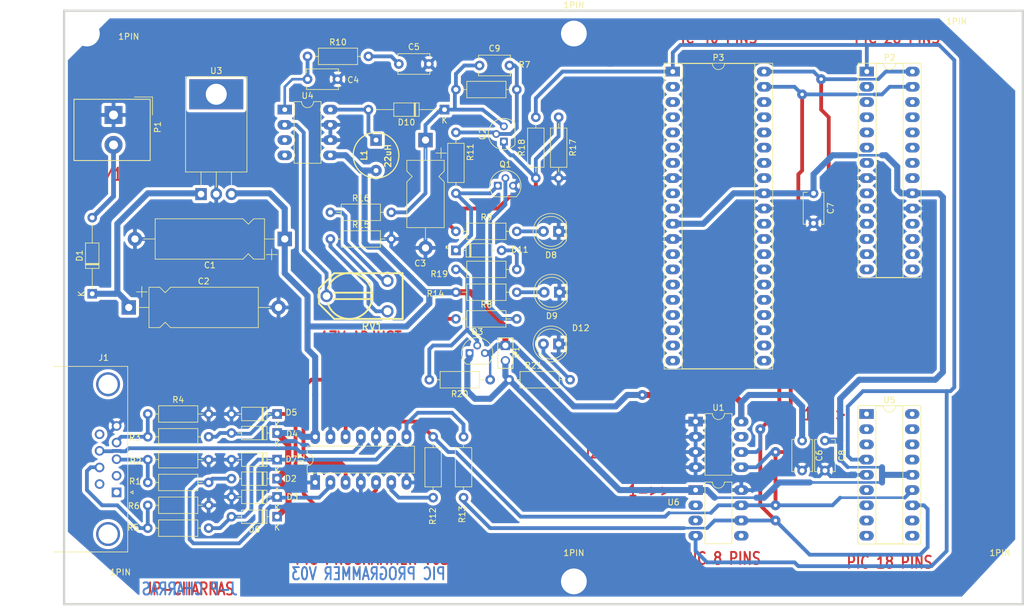
<source format=kicad_pcb>
(kicad_pcb (version 20221018) (generator pcbnew)
  (title_block (title "SERIAL PIC PROGRAMMER"))
  (layers (0 "F.Cu" signal "top_copper") (31 "B.Cu" signal "bottom_copper") (34 "B.Paste" user) (35 "F.Paste" user) (36 "B.SilkS" user "B.Silkscreen") (37 "F.SilkS" user "F.Silkscreen") (38 "B.Mask" user) (39 "F.Mask" user) (44 "Edge.Cuts" user))
  (net 0 "")
  (net 1 "Net-(D1-Pad2)")
  (net 2 "Net-(D2-Pad2)")
  (net 3 "GND")
  (net 4 "VCC")
  (net 5 "VPP")
  (net 6 "VCC_PIC")
  (net 7 "Net-(D4-Pad2)")
  (net 8 "/pic_programmer/PC-CLOCK-OUT")
  (net 9 "VPP-MCLR")
  (net 10 "CLOCK-RB6")
  (net 11 "DATA-RB7")
  (net 12 "Net-(C2-Pad1)")
  (net 13 "Net-(C4-Pad1)")
  (net 14 "Net-(C5-Pad1)")
  (net 15 "Net-(C9-Pad2)")
  (net 16 "Net-(D6-Pad2)")
  (net 17 "Net-(D8-Pad2)")
  (net 18 "Net-(D9-Pad2)")
  (net 19 "Net-(D11-Pad2)")
  (net 20 "Net-(D11-Pad1)")
  (net 21 "Net-(D12-Pad2)")
  (net 22 "Net-(Q1-Pad2)")
  (net 23 "Net-(D10-Pad2)")
  (net 24 "Net-(Q3-Pad2)")
  (net 25 "Net-(R8-Pad1)")
  (net 26 "Net-(R12-Pad1)")
  (net 27 "Net-(R13-Pad1)")
  (net 28 "Net-(R15-Pad1)")
  (net 29 "Net-(R16-Pad1)")
  (net 30 "Net-(RV1-Pad2)")
  (net 31 "Net-(Q2-Pad1)")
  (net 32 "/pic_programmer/VPP_ON")
  (net 33 "/pic_programmer/PC-DATA-OUT")
  (net 34 "/pic_programmer/PC-DATA-IN")
  (footprint "Package_DIP:DIP-40_W15.24mm_Socket_LongPads" (layer "F.Cu") (at 175.26 50.8)
    (fp_text reference "P3")
    (fp_text value "SUPP40")
  )
  (footprint "MountingHole:MountingHole_4.3mm_M4_DIN965" (layer "F.Cu") (at 229.87 44.45)
    (fp_text reference "1PIN")
    (fp_text value "P***")
  )
  (footprint "MountingHole:MountingHole_4.3mm_M4_DIN965" (layer "F.Cu") (at 229.87 135.89)
    (fp_text reference "1PIN")
    (fp_text value "P***")
  )
  (footprint "MountingHole:MountingHole_4.3mm_M4_DIN965" (layer "F.Cu") (at 77.47 44.45)
    (fp_text reference "1PIN")
    (fp_text value "P***")
  )
  (footprint "MountingHole:MountingHole_4.3mm_M4_DIN965" (layer "F.Cu") (at 77.47 135.89)
    (fp_text reference "1PIN")
    (fp_text value "P***")
  )
  (footprint "MountingHole:MountingHole_4.3mm_M4_DIN965" (layer "F.Cu") (at 158.75 135.89)
    (fp_text reference "1PIN")
    (fp_text value "P***")
  )
  (footprint "MountingHole:MountingHole_4.3mm_M4_DIN965" (layer "F.Cu") (at 158.75 44.45)
    (fp_text reference "1PIN")
    (fp_text value "P***")
  )
  (footprint "Package_DIP:DIP-28_W7.62mm_Socket_LongPads" (layer "F.Cu") (at 207.645 50.8)
    (fp_text reference "P2")
    (fp_text value "SUPP28")
  )
  (footprint "Capacitor_THT:CP_Axial_L18.0mm_D6.5mm_P25.00mm_Horizontal" (layer "F.Cu") (at 110.49 78.74 180)
    (fp_text reference "C1")
    (fp_text value "100uF")
  )
  (footprint "Capacitor_THT:CP_Axial_L18.0mm_D6.5mm_P25.00mm_Horizontal" (layer "F.Cu") (at 84.455 90.17)
    (fp_text reference "C2")
    (fp_text value "220uF")
  )
  (footprint "Capacitor_THT:CP_Axial_L11.0mm_D6.0mm_P18.00mm_Horizontal" (layer "F.Cu") (at 133.985 62.23 -90)
    (fp_text reference "C3")
    (fp_text value "22uF/25V")
  )
  (footprint "Capacitor_THT:C_Disc_D5.1mm_W3.2mm_P5.00mm" (layer "F.Cu") (at 114.3 52.07)
    (fp_text reference "C4")
    (fp_text value "0")
  )
  (footprint "Capacitor_THT:C_Disc_D5.1mm_W3.2mm_P5.00mm" (layer "F.Cu") (at 129.54 49.53)
    (fp_text reference "C5")
    (fp_text value "10nF")
  )
  (footprint "Capacitor_THT:C_Disc_D5.1mm_W3.2mm_P5.00mm" (layer "F.Cu") (at 196.85 112.395 -90)
    (fp_text reference "C6")
    (fp_text value "100nF")
  )
  (footprint "Capacitor_THT:C_Disc_D5.1mm_W3.2mm_P5.00mm" (layer "F.Cu") (at 198.755 71.12 -90)
    (fp_text reference "C7")
    (fp_text value "100nF")
  )
  (footprint "Capacitor_THT:C_Disc_D5.1mm_W3.2mm_P5.00mm" (layer "F.Cu") (at 200.66 112.395 -90)
    (fp_text reference "C8")
    (fp_text value "100nF")
  )
  (footprint "Capacitor_THT:C_Disc_D5.1mm_W3.2mm_P5.00mm" (layer "F.Cu") (at 143.002 49.784)
    (fp_text reference "C9")
    (fp_text value "22OnF")
  )
  (footprint "Diode_THT:D_DO-35_SOD27_P12.70mm_Horizontal" (layer "F.Cu") (at 78.359 87.884 90)
    (fp_text reference "D1")
    (fp_text value "1N4004")
  )
  (footprint "Diode_THT:D_DO-35_SOD27_P7.62mm_Horizontal" (layer "F.Cu") (at 109.22 118.745 180)
    (fp_text reference "D2")
    (fp_text value "BAT43")
  )
  (footprint "Diode_THT:D_DO-35_SOD27_P7.62mm_Horizontal" (layer "F.Cu") (at 109.22 121.793 180)
    (fp_text reference "D3")
    (fp_text value "BAT43")
  )
  (footprint "Diode_THT:D_DO-35_SOD27_P7.62mm_Horizontal" (layer "F.Cu") (at 109.22 111.125 180)
    (fp_text reference "D4")
    (fp_text value "BAT43")
  )
  (footprint "Diode_THT:D_DO-35_SOD27_P7.62mm_Horizontal" (layer "F.Cu") (at 109.22 107.95 180)
    (fp_text reference "D5")
    (fp_text value "BAT43")
  )
  (footprint "Diode_THT:D_DO-35_SOD27_P7.62mm_Horizontal" (layer "F.Cu") (at 109.22 125.095 180)
    (fp_text reference "D6")
    (fp_text value "BAT43")
  )
  (footprint "Diode_THT:D_DO-35_SOD27_P7.62mm_Horizontal" (layer "F.Cu") (at 109.22 115.57 180)
    (fp_text reference "D7")
    (fp_text value "BAT43")
  )
  (footprint "LED_THT:LED_D5.0mm" (layer "F.Cu") (at 156.21 77.47 180)
    (fp_text reference "D8")
    (fp_text value "RED-LED")
  )
  (footprint "LED_THT:LED_D5.0mm" (layer "F.Cu") (at 156.337 87.63 180)
    (fp_text reference "D9")
    (fp_text value "GREEN-LED")
  )
  (footprint "Diode_THT:D_DO-35_SOD27_P12.70mm_Horizontal" (layer "F.Cu") (at 137.16 57.15 180)
    (fp_text reference "D10")
    (fp_text value "SCHOTTKY")
  )
  (footprint "Diode_THT:D_DO-35_SOD27_P7.62mm_Horizontal" (layer "F.Cu") (at 139.065 80.645)
    (fp_text reference "D11")
    (fp_text value "BAT43")
  )
  (footprint "LED_THT:LED_D5.0mm" (layer "F.Cu") (at 156.21 96.266 180)
    (fp_text reference "D12")
    (fp_text value "YELLOW-LED")
  )
  (footprint "Connector_Dsub:DSUB-9_Female_Horizontal_P2.77x2.84mm_EdgePinOffset7.70mm_Housed_MountingHolesOffset9.12mm" (layer "F.Cu") (at 82.423 121.031 -90)
    (fp_text reference "J1")
    (fp_text value "DB9-FEMAL")
  )
  (footprint "pin_array:PIN_ARRAY_2X1" (layer "F.Cu") (at 147.32 97.79 -90)
    (fp_text reference "JP1")
    (fp_text value "JUMPER" hide)
  )
  (footprint "inductors:INDUCTOR_V" (layer "F.Cu") (at 125.73 64.77 -90)
    (fp_text reference "L1")
    (fp_text value "22uH")
  )
  (footprint "TerminalBlock_Altech:Altech_AK300_1x02_P5.00mm_45-Degree" (layer "F.Cu") (at 81.915 58.039 -90)
    (fp_text reference "P1")
    (fp_text value "CONN_2")
  )
  (footprint "Package_TO_SOT_THT:TO-92" (layer "F.Cu") (at 146.05 69.85)
    (fp_text reference "Q1")
    (fp_text value "BC237")
  )
  (footprint "Package_TO_SOT_THT:TO-92" (layer "F.Cu") (at 147.066 62.484 90)
    (fp_text reference "Q2")
    (fp_text value "BC307")
  )
  (footprint "Package_TO_SOT_THT:TO-92" (layer "F.Cu") (at 141.351 97.79)
    (fp_text reference "Q3")
    (fp_text value "BC307")
  )
  (footprint "Resistor_THT:R_Axial_DIN0207_L6.3mm_D2.5mm_P10.16mm_Horizontal" (layer "F.Cu") (at 87.63 115.57)
    (fp_text reference "R2")
    (fp_text value "10K")
  )
  (footprint "Resistor_THT:R_Axial_DIN0207_L6.3mm_D2.5mm_P10.16mm_Horizontal" (layer "F.Cu") (at 87.63 111.76)
    (fp_text reference "R3")
    (fp_text value "10K")
  )
  (footprint "Resistor_THT:R_Axial_DIN0207_L6.3mm_D2.5mm_P10.16mm_Horizontal" (layer "F.Cu") (at 87.63 107.95)
    (fp_text reference "R4")
    (fp_text value "10K")
  )
  (footprint "Resistor_THT:R_Axial_DIN0207_L6.3mm_D2.5mm_P10.16mm_Horizontal" (layer "F.Cu") (at 87.63 127)
    (fp_text reference "R5")
    (fp_text value "10K")
  )
  (footprint "Resistor_THT:R_Axial_DIN0207_L6.3mm_D2.5mm_P10.16mm_Horizontal" (layer "F.Cu") (at 87.63 123.19)
    (fp_text reference "R6")
    (fp_text value "10K")
  )
  (footprint "Resistor_THT:R_Axial_DIN0207_L6.3mm_D2.5mm_P10.16mm_Horizontal" (layer "F.Cu") (at 139.065 53.7972)
    (fp_text reference "R7")
    (fp_text value "10K")
  )
  (footprint "Resistor_THT:R_Axial_DIN0207_L6.3mm_D2.5mm_P10.16mm_Horizontal" (layer "F.Cu") (at 139.065 92.075)
    (fp_text reference "R8")
    (fp_text value "1K")
  )
  (footprint "Resistor_THT:R_Axial_DIN0207_L6.3mm_D2.5mm_P10.16mm_Horizontal" (layer "F.Cu") (at 139.065 77.47)
    (fp_text reference "R9")
    (fp_text value "2.2K")
  )
  (footprint "Resistor_THT:R_Axial_DIN0207_L6.3mm_D2.5mm_P10.16mm_Horizontal" (layer "F.Cu") (at 114.3 48.26)
    (fp_text reference "R10")
    (fp_text value "5.1K")
  )
  (footprint "Resistor_THT:R_Axial_DIN0207_L6.3mm_D2.5mm_P10.16mm_Horizontal" (layer "F.Cu") (at 139.065 71.12 90)
    (fp_text reference "R11")
    (fp_text value "22K")
  )
  (footprint "Resistor_THT:R_Axial_DIN0207_L6.3mm_D2.5mm_P10.16mm_Horizontal" (layer "F.Cu") (at 135.255 121.92 90)
    (fp_text reference "R12")
    (fp_text value "470")
  )
  (footprint "Resistor_THT:R_Axial_DIN0207_L6.3mm_D2.5mm_P10.16mm_Horizontal" (layer "F.Cu") (at 140.335 111.76 -90)
    (fp_text reference "R13")
    (fp_text value "470")
  )
  (footprint "Resistor_THT:R_Axial_DIN0207_L6.3mm_D2.5mm_P10.16mm_Horizontal" (layer "F.Cu") (at 139.065 87.63)
    (fp_text reference "R14")
    (fp_text value "470")
  )
  (footprint "Resistor_THT:R_Axial_DIN0207_L6.3mm_D2.5mm_P10.16mm_Horizontal" (layer "F.Cu") (at 118.11 78.74)
    (fp_text reference "R15")
    (fp_text value "6.2K")
  )
  (footprint "Resistor_THT:R_Axial_DIN0207_L6.3mm_D2.5mm_P10.16mm_Horizontal" (layer "F.Cu") (at 156.21 58.42 -90)
    (fp_text reference "R17")
    (fp_text value "22K")
  )
  (footprint "Resistor_THT:R_Axial_DIN0207_L6.3mm_D2.5mm_P10.16mm_Horizontal" (layer "F.Cu") (at 152.4 68.58 90)
    (fp_text reference "R18")
    (fp_text value "220")
  )
  (footprint "Resistor_THT:R_Axial_DIN0207_L6.3mm_D2.5mm_P10.16mm_Horizontal" (layer "F.Cu") (at 149.225 83.82 180)
    (fp_text reference "R19")
    (fp_text value "2.2K")
  )
  (footprint "Resistor_THT:R_Axial_DIN0207_L6.3mm_D2.5mm_P10.16mm_Horizontal" (layer "F.Cu") (at 147.955 102.235)
    (fp_text reference "R21")
    (fp_text value "470")
  )
  (footprint "pic_programmer_fp:RV2X4" (layer "F.Cu") (at 127.635 90.805 180)
    (fp_text reference "RV1")
    (fp_text value "1K")
  )
  (footprint "Package_DIP:DIP-8_W7.62mm_LongPads" (layer "F.Cu") (at 179.07 109.22)
    (fp_text reference "U1")
    (fp_text value "24Cxx")
  )
  (footprint "Package_DIP:DIP-14_W7.62mm_LongPads" (layer "F.Cu") (at 115.57 119.38 90)
    (fp_text reference "U2")
    (fp_text value "74HC125")
  )
  (footprint "Package_TO_SOT_THT:TO-220-3_Horizontal_TabDown" (layer "F.Cu") (at 96.52 71.247)
    (fp_text reference "U3")
    (fp_text value "7805")
  )
  (footprint "Package_DIP:DIP-8_W7.62mm_LongPads" (layer "F.Cu") (at 110.49 57.15)
    (fp_text reference "U4")
    (fp_text value "LT1373")
  )
  (footprint "Package_DIP:DIP-18_W7.62mm_Socket_LongPads" (layer "F.Cu") (at 207.6 107.95)
    (fp_text reference "U5")
    (fp_text value "PIC_18_PINS")
  )
  (footprint "Package_DIP:DIP-8_W7.62mm_LongPads" (layer "F.Cu") (at 179.07 120.65)
    (fp_text reference "U6")
    (fp_text value "PIC_8_PINS")
  )
  (footprint "Resistor_THT:R_Axial_DIN0207_L6.3mm_D2.5mm_P10.16mm_Horizontal" (layer "F.Cu") (at 87.63 119.38)
    (fp_text reference "R1")
    (fp_text value "10K")
  )
  (footprint "Resistor_THT:R_Axial_DIN0207_L6.3mm_D2.5mm_P10.16mm_Horizontal" (layer "F.Cu") (at 144.78 102.235 180)
    (fp_text reference "R20")
    (fp_text value "2.2K")
  )
  (footprint "Resistor_THT:R_Axial_DIN0207_L6.3mm_D2.5mm_P10.16mm_Horizontal" (layer "F.Cu") (at 118.11 74.295)
    (fp_text reference "R16")
    (fp_text value "62K")
  )
  (gr_line (start 173.99 40.64) (end 233.68 40.64) (stroke (width 0.381)) (layer "Edge.Cuts"))
  (gr_line (start 233.68 139.7) (end 73.66 139.7) (stroke (width 0.381)) (layer "Edge.Cuts"))
  (gr_line (start 73.66 40.64) (end 173.99 40.64) (stroke (width 0.381)) (layer "Edge.Cuts"))
  (gr_line (start 73.66 139.7) (end 73.66 40.64) (stroke (width 0.381)) (layer "Edge.Cuts"))
  (gr_line (start 233.68 40.64) (end 233.68 139.7) (stroke (width 0.381)) (layer "Edge.Cuts"))
  (gr_text "PIC 28 PINS" (at 212.725 45.085) (layer "F.Cu") (effects (font (size 2.032 1.524) (thickness 0.3048))))
  (gr_text "PIC 8 PINS" (at 183.515 132.08) (layer "F.Cu") (effects (font (size 2.032 1.524) (thickness 0.3048))))
  (gr_text "VCC ON" (at 163.322 96.901) (layer "F.Cu") (effects (font (size 2.032 1.524) (thickness 0.3048))))
  (gr_text "PIC PROGRAMMER V03" (at 125.095 132.08) (layer "F.Cu") (effects (font (size 2.032 1.524) (thickness 0.3048))))
  (gr_text "1=>>" (at 167.64 48.895) (layer "F.Cu") (effects (font (size 2.032 1.524) (thickness 0.3048))))
  (gr_text "PIC 40 PINS" (at 182.245 45.085) (layer "F.Cu") (effects (font (size 2.032 1.524) (thickness 0.3048))))
  (gr_text "1=>>" (at 171.45 109.22) (layer "F.Cu") (effects (font (size 2.032 1.524) (thickness 0.3048))))
  (gr_text "VPP ON" (at 163.449 76.835) (layer "F.Cu") (effects (font (size 2.032 1.524) (thickness 0.3048))))
  (gr_text "1=>>" (at 201.295 48.895) (layer "F.Cu") (effects (font (size 2.032 1.524) (thickness 0.3048))))
  (gr_text "JP-CHARRAS" (at 94.615 137.16) (layer "F.Cu") (effects (font (size 2.032 1.524) (thickness 0.3048))))
  (gr_text "I2C PROM" (at 166.37 114.3) (layer "F.Cu") (effects (font (size 2.032 1.524) (thickness 0.3048))))
  (gr_text "+8/12V" (at 81.534 67.945) (layer "F.Cu") (effects (font (size 2.032 1.524) (thickness 0.3048))))
  (gr_text "PIC 18 PINS" (at 211.455 132.715) (layer "F.Cu") (effects (font (size 2.032 1.524) (thickness 0.3048))))
  (gr_text "PWR ON" (at 163.449 88.011) (layer "F.Cu") (effects (font (size 2.032 1.524) (thickness 0.3048))))
  (gr_text "13V ADJUST" (at 123.19 95.25) (layer "F.Cu") (effects (font (size 2.032 1.524) (thickness 0.3048))))
  (gr_text "1=>>" (at 171.45 120.65) (layer "F.Cu") (effects (font (size 2.032 1.524) (thickness 0.3048))))
  (gr_text "1=>>" (at 200.66 107.95) (layer "F.Cu") (effects (font (size 2.032 1.524) (thickness 0.3048))))
  (gr_text "PIC PROGRAMMER V03" (at 124.46 134.62) (layer "B.Cu") (effects (font (size 2.032 1.524) (thickness 0.3048)) (justify mirror)))
  (gr_text "J-P CHARRAS" (at 94.615 137.16) (layer "B.Cu") (effects (font (size 2.032 1.524) (thickness 0.3048)) (justify mirror)))
  (segment (start 78.359 75.184) (end 81.915 71.628) (width 0.8) (layer "B.Cu") (net 1))
  (segment (start 81.915 71.628) (end 81.915 63.039) (width 0.8) (layer "B.Cu") (net 1))
  (segment (start 109.22 121.92) (end 116.205 121.92) (width 0.635) (layer "B.Cu") (net 2))
  (segment (start 95.25 129.54) (end 102.87 129.54) (width 0.635) (layer "B.Cu") (net 2))
  (segment (start 97.79 119.38) (end 98.425 118.745) (width 0.635) (layer "B.Cu") (net 2))
  (segment (start 94.615 120.65) (end 94.615 128.905) (width 0.635) (layer "B.Cu") (net 2))
  (segment (start 94.615 128.905) (end 95.25 129.54) (width 0.635) (layer "B.Cu") (net 2))
  (segment (start 106.426 125.984) (end 106.426 123.3932) (width 0.635) (layer "B.Cu") (net 2))
  (segment (start 98.425 118.745) (end 101.6 118.745) (width 0.635) (layer "B.Cu") (net 2))
  (segment (start 118.11 120.015) (end 118.11 119.38) (width 0.635) (layer "B.Cu") (net 2))
  (segment (start 95.885 119.38) (end 94.615 120.65) (width 0.635) (layer "B.Cu") (net 2))
  (segment (start 97.79 119.38) (end 95.885 119.38) (width 0.635) (layer "B.Cu") (net 2))
  (segment (start 107.8992 121.92) (end 109.22 121.92) (width 0.635) (layer "B.Cu") (net 2))
  (segment (start 116.205 121.92) (end 118.11 120.015) (width 0.635) (layer "B.Cu") (net 2))
  (segment (start 102.87 129.54) (end 106.426 125.984) (width 0.635) (layer "B.Cu") (net 2))
  (segment (start 106.426 123.3932) (end 107.8992 121.92) (width 0.635) (layer "B.Cu") (net 2))
  (segment (start 111.0742 116.8908) (end 109.22 118.745) (width 1.016) (layer "F.Cu") (net 4))
  (segment (start 139.065 87.63) (end 141.478 87.63) (width 1.016) (layer "F.Cu") (net 4))
  (segment (start 141.478 87.63) (end 147.32 93.472) (width 1.016) (layer "F.Cu") (net 4))
  (segment (start 111.125 120.65) (end 111.125 123.19) (width 1.016) (layer "F.Cu") (net 4))
  (segment (start 185.42 104.775) (end 186.69 106.045) (width 1.016) (layer "F.Cu") (net 4))
  (segment (start 147.32 93.472) (end 147.32 96.52) (width 1.016) (layer "F.Cu") (net 4))
  (segment (start 109.855 111.76) (end 110.49 112.395) (width 1.016) (layer "F.Cu") (net 4))
  (segment (start 111.0742 113.0808) (end 111.0742 116.8908) (width 1.016) (layer "F.Cu") (net 4))
  (segment (start 110.49 112.395) (end 110.49 112.4966) (width 1.016) (layer "F.Cu") (net 4))
  (segment (start 110.49 112.4966) (end 111.0742 113.0808) (width 1.016) (layer "F.Cu") (net 4))
  (segment (start 109.22 118.745) (end 111.125 120.65) (width 1.016) (layer "F.Cu") (net 4))
  (segment (start 186.69 106.045) (end 186.69 109.22) (width 1.016) (layer "F.Cu") (net 4))
  (segment (start 111.125 123.19) (end 109.855 124.46) (width 1.016) (layer "F.Cu") (net 4))
  (segment (start 170.18 104.775) (end 185.42 104.775) (width 1.016) (layer "F.Cu") (net 4))
  (segment (start 110.49 112.395) (end 109.22 111.125) (width 1.016) (layer "F.Cu") (net 4))
  (via (at 170.18 104.775) (size 1.651) (drill 0.6) (layers "F.Cu" "B.Cu") (net 4))
  (segment (start 123.19 67.31) (end 120.65 64.77) (width 1.016) (layer "B.Cu") (net 4))
  (segment (start 101.6 71.12) (end 107.95 71.12) (width 1.016) (layer "B.Cu") (net 4))
  (segment (start 134.62 89.535) (end 134.62 87.63) (width 1.016) (layer "B.Cu") (net 4))
  (segment (start 123.825 67.31) (end 123.19 67.31) (width 1.016) (layer "B.Cu") (net 4))
  (segment (start 147.32 96.52) (end 146.05 96.52) (width 1.016) (layer "B.Cu") (net 4))
  (segment (start 158.75 106.68) (end 165.735 106.68) (width 1.016) (layer "B.Cu") (net 4))
  (segment (start 126.365 80.01) (end 124.46 80.01) (width 1.016) (layer "B.Cu") (net 4))
  (segment (start 118.11 64.77) (end 120.65 64.77) (width 1.016) (layer "B.Cu") (net 4))
  (segment (start 114.3 93.345) (end 114.3 97.155) (width 1.016) (layer "B.Cu") (net 4))
  (segment (start 114.3 93.345) (end 130.81 93.345) (width 1.016) (layer "B.Cu") (net 4))
  (segment (start 114.3 97.155) (end 115.57 98.425) (width 1.016) (layer "B.Cu") (net 4))
  (segment (start 186.69 106.045) (end 187.96 104.775) (width 1.016) (layer "B.Cu") (net 4))
  (segment (start 115.57 98.425) (end 115.57 104.775) (width 1.016) (layer "B.Cu") (net 4))
  (segment (start 130.81 93.345) (end 134.62 89.535) (width 1.016) (layer "B.Cu") (net 4))
  (segment (start 165.735 106.68) (end 167.64 104.775) (width 1.016) (layer "B.Cu") (net 4))
  (segment (start 148.59 96.52) (end 158.75 106.68) (width 1.016) (layer "B.Cu") (net 4))
  (segment (start 124.46 80.01) (end 123.825 79.375) (width 1.016) (layer "B.Cu") (net 4))
  (segment (start 113.3856 111.76) (end 115.57 111.76) (width 1.016) (layer "B.Cu") (net 4))
  (segment (start 196.85 112.395) (end 196.85 106.68) (width 1.016) (layer "B.Cu") (net 4))
  (segment (start 134.62 87.63) (end 133.985 87.63) (width 1.016) (layer "B.Cu") (net 4))
  (segment (start 115.57 111.76) (end 115.57 104.775) (width 1.016) (layer "B.Cu") (net 4))
  (segment (start 146.05 96.52) (end 144.78 97.79) (width 1.016) (layer "B.Cu") (net 4))
  (segment (start 144.78 102.235) (end 144.78 97.79) (width 0.4) (layer "B.Cu") (net 4))
  (segment (start 144.78 97.79) (end 143.891 97.79) (width 1.016) (layer "B.Cu") (net 4))
  (segment (start 109.22 111.125) (end 112.7506 111.125) (width 1.016) (layer "B.Cu") (net 4))
  (segment (start 125.73 67.31) (end 123.825 67.31) (width 1.016) (layer "B.Cu") (net 4))
  (segment (start 167.64 104.775) (end 170.18 104.775) (width 1.016) (layer "B.Cu") (net 4))
  (segment (start 139.065 87.63) (end 134.62 87.63) (width 1.016) (layer "B.Cu") (net 4))
  (segment (start 114.3 88.265) (end 114.3 93.345) (width 1.016) (layer "B.Cu") (net 4))
  (segment (start 110.49 73.66) (end 107.95 71.12) (width 1.016) (layer "B.Cu") (net 4))
  (segment (start 196.85 106.68) (end 194.945 104.775) (width 1.016) (layer "B.Cu") (net 4))
  (segment (start 147.32 96.52) (end 148.59 96.52) (width 1.016) (layer "B.Cu") (net 4))
  (segment (start 186.69 109.22) (end 186.69 106.045) (width 1.016) (layer "B.Cu") (net 4))
  (segment (start 112.7506 111.125) (end 113.3856 111.76) (width 1.016) (layer "B.Cu") (net 4))
  (segment (start 133.985 87.63) (end 126.365 80.01) (width 1.016) (layer "B.Cu") (net 4))
  (segment (start 187.96 104.775) (end 194.945 104.775) (width 1.016) (layer "B.Cu") (net 4))
  (segment (start 123.825 79.375) (end 123.825 67.31) (width 1.016) (layer "B.Cu") (net 4))
  (segment (start 110.49 78.74) (end 110.49 73.66) (width 1.016) (layer "B.Cu") (net 4))
  (segment (start 110.49 84.455) (end 114.3 88.265) (width 1.016) (layer "B.Cu") (net 4))
  (segment (start 110.49 78.74) (end 110.49 84.455) (width 1.016) (layer "B.Cu") (net 4))
  (segment (start 138.8872 53.975) (end 139.065 53.7972) (width 0.635) (layer "B.Cu") (net 5))
  (segment (start 138.8872 57.15) (end 138.8872 53.975) (width 0.635) (layer "B.Cu") (net 5))
  (segment (start 137.16 57.15) (end 138.8872 57.15) (width 0.635) (layer "B.Cu") (net 5))
  (segment (start 130.81 74.295) (end 128.27 74.295) (width 0.635) (layer "B.Cu") (net 5))
  (segment (start 133.985 62.23) (end 133.985 71.12) (width 0.635) (layer "B.Cu") (net 5))
  (segment (start 138.8872 57.15) (end 143.51 57.15) (width 0.635) (layer "B.Cu") (net 5))
  (segment (start 133.985 62.23) (end 133.985 59.69) (width 0.635) (layer "B.Cu") (net 5))
  (segment (start 136.525 57.15) (end 137.16 57.15) (width 0.635) (layer "B.Cu") (net 5))
  (segment (start 133.985 71.12) (end 130.81 74.295) (width 0.635) (layer "B.Cu") (net 5))
  (segment (start 139.065 51.181) (end 140.462 49.784) (width 0.635) (layer "B.Cu") (net 5))
  (segment (start 139.065 53.7972) (end 139.065 51.181) (width 0.635) (layer "B.Cu") (net 5))
  (segment (start 143.51 57.15) (end 147.066 59.944) (width 0.635) (layer "B.Cu") (net 5))
  (segment (start 136.525 57.15) (end 133.985 59.69) (width 0.635) (layer "B.Cu") (net 5))
  (segment (start 140.462 49.784) (end 143.002 49.784) (width 0.635) (layer "B.Cu") (net 5))
  (segment (start 190.5 121.92) (end 193.04 119.38) (width 1.016) (layer "B.Cu") (net 6))
  (segment (start 204.47 116.84) (end 210.185 116.84) (width 0.4318) (layer "B.Cu") (net 6))
  (segment (start 219.075 102.235) (end 220.345 100.965) (width 1.016) (layer "B.Cu") (net 6))
  (segment (start 175.26 76.2) (end 180.34 76.2) (width 1.016) (layer "B.Cu") (net 6))
  (segment (start 185.42 71.12) (end 190.5 71.12) (width 1.016) (layer "B.Cu") (net 6))
  (segment (start 210.185 119.38) (end 210.185 118.11) (width 1.016) (layer "B.Cu") (net 6))
  (segment (start 141.351 98.679) (end 141.351 97.79) (width 1.016) (layer "B.Cu") (net 6))
  (segment (start 198.12 119.38) (end 210.185 119.38) (width 0.4318) (layer "B.Cu") (net 6))
  (segment (start 203.2 105.41) (end 203.2 112.395) (width 1.016) (layer "B.Cu") (net 6))
  (segment (start 201.93 64.77) (end 205.74 64.77) (width 1.016) (layer "B.Cu") (net 6))
  (segment (start 166.37 120.65) (end 147.955 102.235) (width 1.016) (layer "B.Cu") (net 6))
  (segment (start 179.07 120.65) (end 180.975 120.65) (width 1.016) (layer "B.Cu") (net 6))
  (segment (start 144.78 105.41) (end 142.24 105.41) (width 1.016) (layer "B.Cu") (net 6))
  (segment (start 220.345 100.965) (end 220.345 71.755) (width 1.016) (layer "B.Cu") (net 6))
  (segment (start 212.725 70.485) (end 213.36 71.12) (width 1.016) (layer "B.Cu") (net 6))
  (segment (start 213.36 71.12) (end 215.265 71.12) (width 1.016) (layer "B.Cu") (net 6))
  (segment (start 189.23 121.92) (end 190.5 121.92) (width 1.016) (layer "B.Cu") (net 6))
  (segment (start 219.71 71.12) (end 215.265 71.12) (width 1.016) (layer "B.Cu") (net 6))
  (segment (start 203.2 112.395) (end 203.2 115.57) (width 1.016) (layer "B.Cu") (net 6))
  (segment (start 203.2 105.41) (end 206.375 102.235) (width 1.016) (layer "B.Cu") (net 6))
  (segment (start 179.07 120.65) (end 166.37 120.65) (width 1.016) (layer "B.Cu") (net 6))
  (segment (start 210.185 118.11) (end 210.185 116.84) (width 1.016) (layer "B.Cu") (net 6))
  (segment (start 147.32 99.06) (end 147.32 101.6) (width 1.016) (layer "B.Cu") (net 6))
  (segment (start 200.66 112.395) (end 203.2 112.395) (width 1.016) (layer "B.Cu") (net 6))
  (segment (start 210.185 64.77) (end 210.82 64.77) (width 1.016) (layer "B.Cu") (net 6))
  (segment (start 210.82 64.77) (end 212.725 66.675) (width 1.016) (layer "B.Cu") (net 6))
  (segment (start 190.5 71.12) (end 198.755 71.12) (width 1.016) (layer "B.Cu") (net 6))
  (segment (start 140.97 99.06) (end 141.351 98.679) (width 1.016) (layer "B.Cu") (net 6))
  (segment (start 198.755 71.12) (end 198.755 67.945) (width 1.016) (layer "B.Cu") (net 6))
  (segment (start 206.375 102.235) (end 219.075 102.235) (width 1.016) (layer "B.Cu") (net 6))
  (segment (start 198.755 67.945) (end 201.93 64.77) (width 1.016) (layer "B.Cu") (net 6))
  (segment (start 142.24 105.41) (end 140.97 104.14) (width 1.016) (layer "B.Cu") (net 6))
  (segment (start 140.97 104.14) (end 140.97 99.06) (width 1.016) (layer "B.Cu") (net 6))
  (segment (start 205.74 64.77) (end 210.185 64.77) (width 0.4318) (layer "B.Cu") (net 6))
  (segment (start 182.245 121.92) (end 189.23 121.92) (width 0.4318) (layer "B.Cu") (net 6))
  (segment (start 193.04 119.38) (end 198.12 119.38) (width 1.016) (layer "B.Cu") (net 6))
  (segment (start 203.2 115.57) (end 204.47 116.84) (width 0.635) (layer "B.Cu") (net 6))
  (segment (start 147.955 102.235) (end 144.78 105.41) (width 1.016) (layer "B.Cu") (net 6))
  (segment (start 212.725 66.675) (end 212.725 70.485) (width 1.016) (layer "B.Cu") (net 6))
  (segment (start 220.345 71.755) (end 219.71 71.12) (width 1.016) (layer "B.Cu") (net 6))
  (segment (start 147.32 101.6) (end 147.955 102.235) (width 1.016) (layer "B.Cu") (net 6))
  (segment (start 210.185 118.11) (end 215.265 118.11) (width 1.016) (layer "B.Cu") (net 6))
  (segment (start 180.975 120.65) (end 182.245 121.92) (width 1.016) (layer "B.Cu") (net 6))
  (segment (start 180.34 76.2) (end 185.42 71.12) (width 1.016) (layer "B.Cu") (net 6))
  (segment (start 112.2934 117.3734) (end 113.665 118.745) (width 0.635) (layer "F.Cu") (net 7))
  (segment (start 125.73 120.65) (end 125.73 119.38) (width 0.635) (layer "F.Cu") (net 7))
  (segment (start 109.22 107.95) (end 111.125 107.95) (width 0.635) (layer "F.Cu") (net 7))
  (segment (start 111.125 107.95) (end 112.2934 109.1184) (width 0.635) (layer "F.Cu") (net 7))
  (segment (start 123.19 123.19) (end 125.73 120.65) (width 0.635) (layer "F.Cu") (net 7))
  (segment (start 112.2934 109.1184) (end 112.2934 117.3734) (width 0.635) (layer "F.Cu") (net 7))
  (segment (start 115.57 123.19) (end 123.19 123.19) (width 0.635) (layer "F.Cu") (net 7))
  (segment (start 113.665 118.745) (end 113.665 121.285) (width 0.635) (layer "F.Cu") (net 7))
  (segment (start 113.665 121.285) (end 115.57 123.19) (width 0.635) (layer "F.Cu") (net 7))
  (segment (start 107.95 107.95) (end 109.22 107.95) (width 0.635) (layer "B.Cu") (net 7))
  (segment (start 106.807 109.093) (end 107.95 107.95) (width 0.635) (layer "B.Cu") (net 7))
  (segment (start 106.807 109.22) (end 104.775 111.252) (width 0.635) (layer "B.Cu") (net 7))
  (segment (start 106.807 109.22) (end 106.807 109.093) (width 0.635) (layer "B.Cu") (net 7))
  (segment (start 104.775 111.252) (end 101.727 111.252) (width 0.635) (layer "B.Cu") (net 7))
  (segment (start 99.695 111.125) (end 101.6 111.125) (width 0.635) (layer "B.Cu") (net 7))
  (segment (start 97.79 111.76) (end 99.06 111.76) (width 0.635) (layer "B.Cu") (net 7))
  (segment (start 101.727 111.252) (end 101.6 111.125) (width 0.635) (layer "B.Cu") (net 7))
  (segment (start 99.06 111.76) (end 99.695 111.125) (width 0.635) (layer "B.Cu") (net 7))
  (segment (start 82.55 123.19) (end 80.01 123.19) (width 0.635) (layer "B.Cu") (net 8))
  (segment (start 80.01 123.19) (end 77.47 120.65) (width 0.635) (layer "B.Cu") (net 8))
  (segment (start 77.47 117.475) (end 78.105 116.84) (width 0.635) (layer "B.Cu") (net 8))
  (segment (start 87.63 127) (end 87.63 123.19) (width 0.635) (layer "B.Cu") (net 8))
  (segment (start 78.105 116.84) (end 80.01 116.84) (width 0.635) (layer "B.Cu") (net 8))
  (segment (start 77.47 120.65) (end 77.47 117.475) (width 0.635) (layer "B.Cu") (net 8))
  (segment (start 87.63 127) (end 86.36 127) (width 0.635) (layer "B.Cu") (net 8))
  (segment (start 86.36 127) (end 82.55 123.19) (width 0.635) (layer "B.Cu") (net 8))
  (segment (start 218.44 133.35) (end 220.98 130.81) (width 0.635) (layer "B.Cu") (net 9))
  (segment (start 207.645 46.355) (end 176.53 46.355) (width 0.635) (layer "B.Cu") (net 9))
  (segment (start 222.25 48.895) (end 219.71 46.355) (width 0.635) (layer "B.Cu") (net 9))
  (segment (start 221.615 104.14) (end 220.98 104.14) (width 0.635) (layer "B.Cu") (net 9))
  (segment (start 207.645 50.8) (end 207.645 46.355) (width 0.635) (layer "B.Cu") (net 9))
  (segment (start 205.105 115.57) (end 204.47 114.935) (width 0.635) (layer "B.Cu") (net 9))
  (segment (start 207.645 115.57) (end 205.105 115.57) (width 0.635) (layer "B.Cu") (net 9))
  (segment (start 156.845 50.8) (end 152.4 55.245) (width 0.635) (layer "B.Cu") (net 9))
  (segment (start 179.07 130.81) (end 179.07 128.27) (width 0.635) (layer "B.Cu") (net 9))
  (segment (start 221.615 104.14) (end 222.25 103.505) (width 0.635) (layer "B.Cu") (net 9))
  (segment (start 222.25 48.895) (end 222.25 103.505) (width 0.635) (layer "B.Cu") (net 9))
  (segment (start 175.26 47.625) (end 176.53 46.355) (width 0.635) (layer "B.Cu") (net 9))
  (segment (start 175.26 50.8) (end 175.26 47.625) (width 0.635) (layer "B.Cu") (net 9))
  (segment (start 220.98 130.81) (end 220.98 104.14) (width 0.635) (layer "B.Cu") (net 9))
  (segment (start 195.58 132.715) (end 196.215 133.35) (width 0.635) (layer "B.Cu") (net 9))
  (segment (start 152.4 55.245) (end 152.4 58.42) (width 0.635) (layer "B.Cu") (net 9))
  (segment (start 179.07 130.81) (end 180.975 132.715) (width 0.635) (layer "B.Cu") (net 9))
  (segment (start 156.845 50.8) (end 175.26 50.8) (width 0.635) (layer "B.Cu") (net 9))
  (segment (start 204.47 114.935) (end 204.47 106.68) (width 0.635) (layer "B.Cu") (net 9))
  (segment (start 219.71 46.355) (end 207.645 46.355) (width 0.635) (layer "B.Cu") (net 9))
  (segment (start 204.47 106.68) (end 207.01 104.14) (width 0.635) (layer "B.Cu") (net 9))
  (segment (start 196.215 133.35) (end 218.44 133.35) (width 0.635) (layer "B.Cu") (net 9))
  (segment (start 195.58 132.715) (end 180.975 132.715) (width 0.635) (layer "B.Cu") (net 9))
  (segment (start 207.01 104.14) (end 220.98 104.14) (width 0.635) (layer "B.Cu") (net 9))
  (segment (start 196.215 67.945) (end 196.85 67.31) (width 0.635) (layer "F.Cu") (net 10))
  (segment (start 189.865 123.19) (end 192.405 125.73) (width 0.635) (layer "F.Cu") (net 10))
  (segment (start 189.865 110.49) (end 189.865 123.19) (width 0.635) (layer "F.Cu") (net 10))
  (segment (start 196.85 67.31) (end 196.85 54.61) (width 0.635) (layer "F.Cu") (net 10))
  (segment (start 193.04 107.315) (end 193.04 75.565) (width 0.635) (layer "F.Cu") (net 10))
  (segment (start 196.215 72.39) (end 196.215 67.945) (width 0.635) (layer "F.Cu") (net 10))
  (segment (start 193.04 107.315) (end 189.865 110.49) (width 0.635) (layer "F.Cu") (net 10))
  (segment (start 193.04 75.565) (end 196.215 72.39) (width 0.635) (layer "F.Cu") (net 10))
  (via (at 189.865 110.49) (size 1.651) (drill 0.6) (layers "F.Cu" "B.Cu") (net 10))
  (via (at 192.405 125.73) (size 1.651) (drill 0.6) (layers "F.Cu" "B.Cu") (net 10))
  (via (at 196.85 54.61) (size 1.651) (drill 0.6) (layers "F.Cu" "B.Cu") (net 10))
  (segment (start 190.5 53.34) (end 195.58 53.34) (width 0.635) (layer "B.Cu") (net 10))
  (segment (start 217.17 123.19) (end 215.265 123.19) (width 0.635) (layer "B.Cu") (net 10))
  (segment (start 144.78 127) (end 177.165 127) (width 0.635) (layer "B.Cu") (net 10))
  (segment (start 177.165 127) (end 180.975 127) (width 0.4318) (layer "B.Cu") (net 10))
  (segment (start 182.245 125.73) (end 180.975 127) (width 0.635) (layer "B.Cu") (net 10))
  (segment (start 216.535 131.445) (end 217.805 130.175) (width 0.635) (layer "B.Cu") (net 10))
  (segment (start 182.245 125.73) (end 186.69 125.73) (width 0.635) (layer "B.Cu") (net 10))
  (segment (start 189.865 113.665) (end 189.23 114.3) (width 0.635) (layer "B.Cu") (net 10))
  (segment (start 211.455 53.34) (end 210.185 54.61) (width 0.635) (layer "B.Cu") (net 10))
  (segment (start 198.12 131.445) (end 216.535 131.445) (width 0.635) (layer "B.Cu") (net 10))
  (segment (start 205.74 54.61) (end 208.915 54.61) (width 0.4318) (layer "B.Cu") (net 10))
  (segment (start 196.85 54.61) (end 205.74 54.61) (width 0.635) (layer "B.Cu") (net 10))
  (segment (start 217.805 130.175) (end 217.805 123.825) (width 0.635) (layer "B.Cu") (net 10))
  (segment (start 210.185 54.61) (end 208.915 54.61) (width 0.635) (layer "B.Cu") (net 10))
  (segment (start 189.23 114.3) (end 186.69 114.3) (width 0.635) (layer "B.Cu") (net 10))
  (segment (start 211.455 53.34) (end 215.265 53.34) (width 0.635) (layer "B.Cu") (net 10))
  (segment (start 189.865 110.49) (end 189.865 113.665) (width 0.635) (layer "B.Cu") (net 10))
  (segment (start 140.335 122.555) (end 144.78 127) (width 0.635) (layer "B.Cu") (net 10))
  (segment (start 192.405 125.73) (end 198.12 131.445) (width 0.635) (layer "B.Cu") (net 10))
  (segment (start 195.58 53.34) (end 196.85 54.61) (width 0.635) (layer "B.Cu") (net 10))
  (segment (start 140.335 121.92) (end 140.335 122.555) (width 0.635) (layer "B.Cu") (net 10))
  (segment (start 186.69 125.73) (end 192.405 125.73) (width 0.635) (layer "B.Cu") (net 10))
  (segment (start 217.805 123.825) (end 217.17 123.19) (width 0.635) (layer "B.Cu") (net 10))
  (segment (start 120.65 109.855) (end 121.285 109.22) (width 0.635) (layer "F.Cu") (net 11))
  (segment (start 120.65 111.76) (end 120.65 109.855) (width 0.635) (layer "F.Cu") (net 11))
  (segment (start 201.295 85.09) (end 194.945 91.44) (width 0.635) (layer "F.Cu") (net 11))
  (segment (start 121.285 109.22) (end 132.715 109.22) (width 0.635) (layer "F.Cu") (net 11))
  (segment (start 192.405 114.3) (end 192.405 123.19) (width 0.635) (layer "F.Cu") (net 11))
  (segment (start 194.31 114.3) (end 192.405 114.3) (width 0.635) (layer "F.Cu") (net 11))
  (segment (start 194.945 113.665) (end 194.31 114.3) (width 0.635) (layer "F.Cu") (net 11))
  (segment (start 200.025 57.15) (end 200.025 52.07) (width 0.635) (layer "F.Cu") (net 11))
  (segment (start 200.025 57.15) (end 201.295 58.42) (width 0.635) (layer "F.Cu") (net 11))
  (segment (start 194.945 91.44) (end 194.945 113.665) (width 0.635) (layer "F.Cu") (net 11))
  (segment (start 201.295 58.42) (end 201.295 85.09) (width 0.635) (layer "F.Cu") (net 11))
  (segment (start 132.715 109.22) (end 135.255 111.76) (width 0.635) (layer "F.Cu") (net 11))
  (via (at 192.405 114.3) (size 1.651) (drill 0.6) (layers "F.Cu" "B.Cu") (net 11))
  (via (at 192.405 123.19) (size 1.651) (drill 0.6) (layers "F.Cu" "B.Cu") (net 11))
  (via (at 200.025 52.07) (size 1.651) (drill 0.6) (layers "F.Cu" "B.Cu") (net 11))
  (segment (start 135.255 111.76) (end 137.795 114.3) (width 0.635) (layer "B.Cu") (net 11))
  (segment (start 181.61 124.46) (end 182.88 123.19) (width 0.635) (layer "B.Cu") (net 11))
  (segment (start 189.23 116.84) (end 186.69 116.84) (width 0.635) (layer "B.Cu") (net 11))
  (segment (start 182.88 123.19) (end 186.69 123.19) (width 0.635) (layer "B.Cu") (net 11))
  (segment (start 209.55 52.07) (end 210.82 50.8) (width 0.635) (layer "B.Cu") (net 11))
  (segment (start 215.265 50.8) (end 210.82 50.8) (width 0.635) (layer "B.Cu") (net 11))
  (segment (start 149.86 125.095) (end 173.99 125.095) (width 0.635) (layer "B.Cu") (net 11))
  (segment (start 198.755 50.8) (end 200.025 52.07) (width 0.635) (layer "B.Cu") (net 11))
  (segment (start 192.405 114.3) (end 191.77 114.3) (width 0.635) (layer "B.Cu") (net 11))
  (segment (start 200.025 52.07) (end 205.74 52.07) (width 0.635) (layer "B.Cu") (net 11))
  (segment (start 173.99 125.095) (end 174.625 124.46) (width 0.635) (layer "B.Cu") (net 11))
  (segment (start 201.93 123.19) (end 203.2 121.92) (width 0.635) (layer "B.Cu") (net 11))
  (segment (start 190.5 50.8) (end 198.755 50.8) (width 0.635) (layer "B.Cu") (net 11))
  (segment (start 139.065 114.3) (end 149.86 125.095) (width 0.635) (layer "B.Cu") (net 11))
  (segment (start 186.69 123.19) (end 192.405 123.19) (width 0.635) (layer "B.Cu") (net 11))
  (segment (start 203.2 121.92) (end 213.995 121.92) (width 0.4318) (layer "B.Cu") (net 11))
  (segment (start 191.77 114.3) (end 189.23 116.84) (width 0.635) (layer "B.Cu") (net 11))
  (segment (start 174.625 124.46) (end 181.61 124.46) (width 0.4318) (layer "B.Cu") (net 11))
  (segment (start 137.795 114.3) (end 139.065 114.3) (width 0.635) (layer "B.Cu") (net 11))
  (segment (start 192.405 123.19) (end 201.93 123.19) (width 0.635) (layer "B.Cu") (net 11))
  (segment (start 205.74 52.07) (end 209.55 52.07) (width 0.4318) (layer "B.Cu") (net 11))
  (segment (start 213.995 121.92) (end 215.265 120.65) (width 0.635) (layer "B.Cu") (net 11))
  (segment (start 82.55 76.2) (end 87.63 71.12) (width 1.016) (layer "B.Cu") (net 12))
  (segment (start 82.296 87.884) (end 78.359 87.884) (width 1.016) (layer "B.Cu") (net 12))
  (segment (start 82.55 87.63) (end 82.55 76.2) (width 1.016) (layer "B.Cu") (net 12))
  (segment (start 84.455 89.535) (end 82.55 87.63) (width 1.016) (layer "B.Cu") (net 12))
  (segment (start 87.63 71.12) (end 96.52 71.12) (width 1.016) (layer "B.Cu") (net 12))
  (segment (start 82.55 87.63) (end 82.296 87.884) (width 1.016) (layer "B.Cu") (net 12))
  (segment (start 84.455 90.17) (end 84.455 89.535) (width 1.016) (layer "B.Cu") (net 12))
  (segment (start 114.3 48.26) (end 114.3 52.07) (width 0.635) (layer "B.Cu") (net 13))
  (segment (start 110.49 57.15) (end 110.49 53.34) (width 0.4318) (layer "B.Cu") (net 13))
  (segment (start 111.76 52.07) (end 114.3 52.07) (width 0.4318) (layer "B.Cu") (net 13))
  (segment (start 110.49 53.34) (end 111.76 52.07) (width 0.4318) (layer "B.Cu") (net 13))
  (segment (start 128.27 48.26) (end 129.54 49.53) (width 0.635) (layer "B.Cu") (net 14))
  (segment (start 124.46 48.26) (end 128.27 48.26) (width 0.635) (layer "B.Cu") (net 14))
  (segment (start 145.542 60.96) (end 145.796 61.214) (width 0.635) (layer "B.Cu") (net 15))
  (segment (start 149.225 60.198) (end 148.209 61.214) (width 0.635) (layer "B.Cu") (net 15))
  (segment (start 149.225 53.7972) (end 149.225 59.055) (width 0.635) (layer "B.Cu") (net 15))
  (segment (start 144.78 60.96) (end 145.542 60.96) (width 0.635) (layer "B.Cu") (net 15))
  (segment (start 148.082 49.784) (end 148.844 49.784) (width 0.635) (layer "B.Cu") (net 15))
  (segment (start 149.225 59.055) (end 149.225 60.198) (width 0.635) (layer "B.Cu") (net 15))
  (segment (start 148.209 61.214) (end 145.796 61.214) (width 0.635) (layer "B.Cu") (net 15))
  (segment (start 144.78 60.96) (end 139.065 60.96) (width 0.635) (layer "B.Cu") (net 15))
  (segment (start 149.225 50.165) (end 149.225 53.7972) (width 0.635) (layer "B.Cu") (net 15))
  (segment (start 148.844 49.784) (end 149.225 50.165) (width 0.635) (layer "B.Cu") (net 15))
  (segment (start 109.22 115.57) (end 125.73 115.57) (width 0.635) (layer "B.Cu") (net 16))
  (segment (start 103.8098 125.095) (end 101.6 125.095) (width 0.635) (layer "B.Cu") (net 16))
  (segment (start 99.695 127) (end 101.6 125.095) (width 0.635) (layer "B.Cu") (net 16))
  (segment (start 106.045 115.57) (end 104.9274 116.6876) (width 0.635) (layer "B.Cu") (net 16))
  (segment (start 99.695 127) (end 97.79 127) (width 0.635) (layer "B.Cu") (net 16))
  (segment (start 128.27 111.76) (end 128.27 113.03) (width 0.635) (layer "B.Cu") (net 16))
  (segment (start 104.9274 123.9774) (end 103.8098 125.095) (width 0.635) (layer "B.Cu") (net 16))
  (segment (start 128.27 113.03) (end 125.73 115.57) (width 0.635) (layer "B.Cu") (net 16))
  (segment (start 104.9274 116.6876) (end 104.9274 123.9774) (width 0.635) (layer "B.Cu") (net 16))
  (segment (start 109.22 115.57) (end 106.045 115.57) (width 0.635) (layer "B.Cu") (net 16))
  (segment (start 153.67 77.47) (end 149.225 77.47) (width 0.635) (layer "B.Cu") (net 17))
  (segment (start 153.67 87.63) (end 149.225 87.63) (width 0.635) (layer "B.Cu") (net 18))
  (segment (start 149.225 81.28) (end 149.225 83.82) (width 0.635) (layer "B.Cu") (net 19))
  (segment (start 148.59 80.645) (end 149.225 81.28) (width 0.635) (layer "B.Cu") (net 19))
  (segment (start 146.685 80.645) (end 148.59 80.645) (width 0.635) (layer "B.Cu") (net 19))
  (segment (start 141.605 73.66) (end 141.605 78.105) (width 0.635) (layer "B.Cu") (net 20))
  (segment (start 144.78 71.12) (end 139.065 71.12) (width 0.635) (layer "B.Cu") (net 20))
  (segment (start 139.065 71.12) (end 141.605 73.66) (width 0.635) (layer "B.Cu") (net 20))
  (segment (start 144.78 71.12) (end 146.05 69.85) (width 0.635) (layer "B.Cu") (net 20))
  (segment (start 141.605 78.105) (end 139.065 80.645) (width 0.635) (layer "B.Cu") (net 20))
  (segment (start 153.67 97.79) (end 153.67 96.266) (width 0.635) (layer "B.Cu") (net 21))
  (segment (start 153.67 97.79) (end 158.115 102.235) (width 0.635) (layer "B.Cu") (net 21))
  (segment (start 144.78 90.17) (end 146.685 92.075) (width 0.635) (layer "B.Cu") (net 22))
  (segment (start 146.685 92.075) (end 149.225 92.075) (width 0.635) (layer "B.Cu") (net 22))
  (segment (start 147.32 71.12) (end 147.32 73.025) (width 0.635) (layer "B.Cu") (net 22))
  (segment (start 144.78 75.565) (end 144.78 90.17) (width 0.635) (layer "B.Cu") (net 22))
  (segment (start 147.32 71.12) (end 147.32 68.58) (width 0.635) (layer "B.Cu") (net 22))
  (segment (start 147.32 73.025) (end 144.78 75.565) (width 0.635) (layer "B.Cu") (net 22))
  (segment (start 118.11 57.15) (end 124.46 57.15) (width 0.635) (layer "B.Cu") (net 23))
  (segment (start 124.46 57.15) (end 124.46 60.96) (width 0.635) (layer "B.Cu") (net 23))
  (segment (start 124.46 60.96) (end 125.73 62.23) (width 0.635) (layer "B.Cu") (net 23))
  (segment (start 142.621 95.631) (end 142.621 96.52) (width 0.635) (layer "B.Cu") (net 24))
  (segment (start 138.303 96.52) (end 140.97 93.853) (width 0.635) (layer "B.Cu") (net 24))
  (segment (start 140.97 85.09) (end 139.7 83.82) (width 0.635) (layer "B.Cu") (net 24))
  (segment (start 134.62 97.155) (end 134.62 102.235) (width 0.635) (layer "B.Cu") (net 24))
  (segment (start 140.97 93.98) (end 142.621 95.631) (width 0.635) (layer "B.Cu") (net 24))
  (segment (start 135.255 96.52) (end 134.62 97.155) (width 0.635) (layer "B.Cu") (net 24))
  (segment (start 139.7 83.82) (end 139.065 83.82) (width 0.635) (layer "B.Cu") (net 24))
  (segment (start 135.255 96.52) (end 138.303 96.52) (width 0.635) (layer "B.Cu") (net 24))
  (segment (start 140.97 85.09) (end 140.97 93.853) (width 0.635) (layer "B.Cu") (net 24))
  (segment (start 140.97 93.853) (end 140.97 93.98) (width 0.635) (layer "B.Cu") (net 24))
  (segment (start 113.6142 103.5558) (end 113.6142 114.8842) (width 0.635) (layer "F.Cu") (net 25))
  (segment (start 114.935 102.235) (end 113.6142 103.5558) (width 0.635) (layer "F.Cu") (net 25))
  (segment (start 120.015 116.205) (end 120.65 116.84) (width 0.635) (layer "F.Cu") (net 25))
  (segment (start 135.89 92.075) (end 125.73 102.235) (width 0.635) (layer "F.Cu") (net 25))
  (segment (start 114.935 116.205) (end 120.015 116.205) (width 0.635) (layer "F.Cu") (net 25))
  (segment (start 113.6142 114.8842) (end 114.935 116.205) (width 0.635) (layer "F.Cu") (net 25))
  (segment (start 125.73 102.235) (end 114.935 102.235) (width 0.635) (layer "F.Cu") (net 25))
  (segment (start 120.65 116.84) (end 120.65 119.38) (width 0.635) (layer "F.Cu") (net 25))
  (segment (start 139.065 92.075) (end 135.89 92.075) (width 0.635) (layer "F.Cu") (net 25))
  (segment (start 128.27 120.65) (end 129.54 121.92) (width 0.635) (layer "B.Cu") (net 26))
  (segment (start 129.54 121.92) (end 135.255 121.92) (width 0.635) (layer "B.Cu") (net 26))
  (segment (start 128.27 119.38) (end 128.27 120.65) (width 0.635) (layer "B.Cu") (net 26))
  (segment (start 132.6896 107.7468) (end 138.4046 107.7468) (width 0.635) (layer "B.Cu") (net 27))
  (segment (start 138.4046 107.7468) (end 140.335 109.6772) (width 0.635) (layer "B.Cu") (net 27))
  (segment (start 130.81 109.6264) (end 132.6896 107.7468) (width 0.635) (layer "B.Cu") (net 27))
  (segment (start 140.335 109.6772) (end 140.335 111.76) (width 0.635) (layer "B.Cu") (net 27))
  (segment (start 130.81 111.76) (end 130.81 109.6264) (width 0.635) (layer "B.Cu") (net 27))
  (segment (start 118.11 80.01) (end 124.46 86.36) (width 0.635) (layer "B.Cu") (net 28))
  (segment (start 125.73 90.805) (end 127.635 90.805) (width 0.635) (layer "B.Cu") (net 28))
  (segment (start 124.46 89.535) (end 125.73 90.805) (width 0.635) (layer "B.Cu") (net 28))
  (segment (start 124.46 86.36) (end 124.46 89.535) (width 0.635) (layer "B.Cu") (net 28))
  (segment (start 118.11 78.74) (end 118.11 80.01) (width 0.635) (layer "B.Cu") (net 28))
  (segment (start 127.635 85.725) (end 127 85.725) (width 0.635) (layer "B.Cu") (net 29))
  (segment (start 120.015 74.295) (end 118.11 74.295) (width 0.635) (layer "B.Cu") (net 29))
  (segment (start 120.65 74.93) (end 120.015 74.295) (width 0.635) (layer "B.Cu") (net 29))
  (segment (start 120.65 79.375) (end 120.65 74.93) (width 0.635) (layer "B.Cu") (net 29))
  (segment (start 127 85.725) (end 120.65 79.375) (width 0.635) (layer "B.Cu") (net 29))
  (segment (start 112.395 59.69) (end 113.665 60.96) (width 0.635) (layer "B.Cu") (net 30))
  (segment (start 113.665 60.96) (end 113.665 80.645) (width 0.635) (layer "B.Cu") (net 30))
  (segment (start 113.665 80.645) (end 117.475 84.455) (width 0.635) (layer "B.Cu") (net 30))
  (segment (start 117.475 84.455) (end 117.475 88.265) (width 0.635) (layer "B.Cu") (net 30))
  (segment (start 110.49 59.69) (end 112.395 59.69) (width 0.635) (layer "B.Cu") (net 30))
  (segment (start 137.795 76.2) (end 139.065 77.47) (width 0.635) (layer "F.Cu") (net 31))
  (segment (start 137.795 74.93) (end 137.795 76.2) (width 0.635) (layer "F.Cu") (net 31))
  (segment (start 146.05 73.66) (end 147.955 71.755) (width 0.635) (layer "F.Cu") (net 31))
  (segment (start 152.4 68.58) (end 152.4 69.85) (width 0.635) (layer "F.Cu") (net 31))
  (segment (start 137.795 74.93) (end 139.065 73.66) (width 0.635) (layer "F.Cu") (net 31))
  (segment (start 147.955 71.755) (end 150.495 71.755) (width 0.635) (layer "F.Cu") (net 31))
  (segment (start 150.495 71.755) (end 152.4 69.85) (width 0.635) (layer "F.Cu") (net 31))
  (segment (start 139.065 73.66) (end 146.05 73.66) (width 0.635) (layer "F.Cu") (net 31))
  (segment (start 156.21 61.595) (end 152.4 65.405) (width 0.635) (layer "B.Cu") (net 31))
  (segment (start 156.21 58.42) (end 156.21 61.595) (width 0.635) (layer "B.Cu") (net 31))
  (segment (start 148.59 64.77) (end 148.209 64.77) (width 0.635) (layer "B.Cu") (net 31))
  (segment (start 148.209 64.77) (end 147.066 63.627) (width 0.635) (layer "B.Cu") (net 31))
  (segment (start 147.066 63.627) (end 147.066 62.484) (width 0.635) (layer "B.Cu") (net 31))
  (segment (start 152.4 65.405) (end 152.4 68.58) (width 0.635) (layer "B.Cu") (net 31))
  (segment (start 149.225 65.405) (end 152.4 68.58) (width 0.635) (layer "B.Cu") (net 31))
  (segment (start 149.225 65.405) (end 148.59 64.77) (width 0.635) (layer "B.Cu") (net 31))
  (segment (start 87.63 115.57) (end 82.55 115.57) (width 0.635) (layer "B.Cu") (net 32))
  (segment (start 87.63 119.38) (end 87.63 115.57) (width 0.635) (layer "B.Cu") (net 32))
  (segment (start 87.63 111.76) (end 87.63 107.95) (width 0.635) (layer "B.Cu") (net 33))
  (segment (start 82.55 112.776) (end 82.55 112.395) (width 0.635) (layer "B.Cu") (net 33))
  (segment (start 83.185 111.76) (end 87.63 111.76) (width 0.635) (layer "B.Cu") (net 33))
  (segment (start 82.55 112.395) (end 83.185 111.76) (width 0.635) (layer "B.Cu") (net 33))
  (segment (start 80.01 114.173) (end 81.711178 114.173) (width 0.635) (layer "B.Cu") (net 34))
  (segment (start 113.03 114.3) (end 121.92 114.3) (width 0.635) (layer "B.Cu") (net 34))
  (segment (start 83.134822 114.173) (end 83.947 114.173) (width 0.635) (layer "B.Cu") (net 34))
  (segment (start 83.081321 114.119499) (end 83.134822 114.173) (width 0.635) (layer "B.Cu") (net 34))
  (segment (start 81.764679 114.119499) (end 83.081321 114.119499) (width 0.635) (layer "B.Cu") (net 34))
  (segment (start 123.19 113.03) (end 123.19 111.76) (width 0.635) (layer "B.Cu") (net 34))
  (segment (start 112.395 113.665) (end 113.03 114.3) (width 0.635) (layer "B.Cu") (net 34))
  (segment (start 121.92 114.3) (end 123.19 113.03) (width 0.635) (layer "B.Cu") (net 34))
  (segment (start 81.711178 114.173) (end 81.764679 114.119499) (width 0.635) (layer "B.Cu") (net 34))
  (segment (start 83.947 114.173) (end 84.455 113.665) (width 0.635) (layer "B.Cu") (net 34))
  (segment (start 84.455 113.665) (end 112.395 113.665) (width 0.635) (layer "B.Cu") (net 34))
  (zone (net 3) (net_name "GND") (layer "B.Cu") (connect_pads (clearance 0.508)) (min_thickness 0.3) (fill yes (thermal_gap 0.508) (thermal_bridge_width 0.635))
    (polygon (pts (xy 223.52 138.43) (xy 232.41 128.905) (xy 232.41 53.975) (xy 219.71 41.91) (xy 81.28 41.91) (xy 74.295 48.895) (xy 74.295 127.635) (xy 86.36 138.43)))
  )
)
</source>
